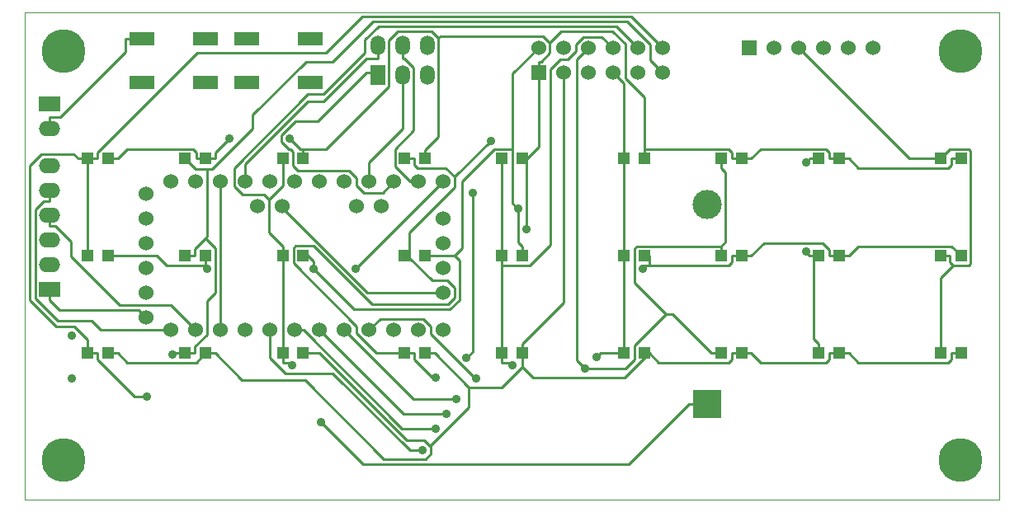
<source format=gbl>
G04 (created by PCBNEW (2013-07-07 BZR 4022)-stable) date 31/12/2015 20:31:10*
%MOIN*%
G04 Gerber Fmt 3.4, Leading zero omitted, Abs format*
%FSLAX34Y34*%
G01*
G70*
G90*
G04 APERTURE LIST*
%ADD10C,0.00590551*%
%ADD11C,0.00393701*%
%ADD12R,0.0866X0.06*%
%ADD13O,0.0866X0.06*%
%ADD14C,0.1772*%
%ADD15R,0.06X0.06*%
%ADD16C,0.06*%
%ADD17C,0.1181*%
%ADD18R,0.118X0.118*%
%ADD19R,0.0472X0.0472*%
%ADD20R,0.06X0.0787*%
%ADD21O,0.06X0.0787*%
%ADD22R,0.0984X0.055*%
%ADD23C,0.0354*%
%ADD24C,0.035*%
%ADD25C,0.01*%
G04 APERTURE END LIST*
G54D10*
G54D11*
X39370Y0D02*
X0Y0D01*
X39370Y19685D02*
X39370Y0D01*
X0Y19685D02*
X39370Y19685D01*
X0Y0D02*
X0Y19685D01*
G54D12*
X1000Y8500D03*
G54D13*
X1000Y9500D03*
X1000Y10500D03*
X1000Y11500D03*
X1000Y12500D03*
X1000Y13500D03*
G54D12*
X1000Y16000D03*
G54D13*
X1000Y15000D03*
G54D14*
X1574Y1574D03*
X37795Y18110D03*
X37795Y1574D03*
X1574Y18110D03*
G54D15*
X20750Y17250D03*
G54D16*
X20750Y18250D03*
X21750Y17250D03*
X21750Y18250D03*
X22750Y17250D03*
X22750Y18250D03*
X23750Y17250D03*
X23750Y18250D03*
X24750Y17250D03*
X24750Y18250D03*
X25750Y17250D03*
X25750Y18250D03*
G54D17*
X27559Y11922D03*
G54D18*
X27559Y3852D03*
G54D19*
X6476Y9842D03*
X7302Y9842D03*
X2539Y5905D03*
X3365Y5905D03*
X2539Y9842D03*
X3365Y9842D03*
X2539Y13779D03*
X3365Y13779D03*
X10413Y13779D03*
X11239Y13779D03*
X10413Y9842D03*
X11239Y9842D03*
X10413Y5905D03*
X11239Y5905D03*
X6476Y13779D03*
X7302Y13779D03*
X6476Y5905D03*
X7302Y5905D03*
X36988Y5905D03*
X37814Y5905D03*
X36988Y9842D03*
X37814Y9842D03*
X36988Y13779D03*
X37814Y13779D03*
X19272Y9842D03*
X20098Y9842D03*
X19272Y5905D03*
X20098Y5905D03*
X15335Y13779D03*
X16161Y13779D03*
X15335Y9842D03*
X16161Y9842D03*
X15335Y5905D03*
X16161Y5905D03*
X19272Y13779D03*
X20098Y13779D03*
X32067Y13779D03*
X32893Y13779D03*
X32067Y9842D03*
X32893Y9842D03*
X32067Y5905D03*
X32893Y5905D03*
X28130Y13779D03*
X28956Y13779D03*
X28130Y9842D03*
X28956Y9842D03*
X28130Y5905D03*
X28956Y5905D03*
X24193Y9842D03*
X25019Y9842D03*
X24193Y5905D03*
X25019Y5905D03*
X24193Y13779D03*
X25019Y13779D03*
G54D20*
X14250Y17152D03*
G54D21*
X14250Y18348D03*
X15250Y17152D03*
X15250Y18348D03*
X16250Y17152D03*
X16250Y18348D03*
G54D22*
X8971Y16864D03*
X8971Y18636D03*
X11530Y16864D03*
X11530Y18636D03*
X4721Y16864D03*
X4721Y18636D03*
X7280Y16864D03*
X7280Y18636D03*
G54D16*
X6900Y6850D03*
X7900Y6850D03*
X8900Y6850D03*
X5900Y6850D03*
X9900Y6850D03*
X10900Y6850D03*
X11900Y6850D03*
X12900Y6850D03*
X13900Y6850D03*
X14900Y6850D03*
X15900Y6850D03*
X16900Y6850D03*
X16900Y8350D03*
X16900Y9350D03*
X16900Y10350D03*
X16900Y11350D03*
X16900Y12850D03*
X15900Y12850D03*
X14900Y12850D03*
X13900Y12850D03*
X12900Y12850D03*
X11900Y12850D03*
X10900Y12850D03*
X9900Y12850D03*
X8900Y12850D03*
X7900Y12850D03*
X6900Y12850D03*
X5900Y12850D03*
X4900Y7350D03*
X4900Y9350D03*
X4900Y10350D03*
X4900Y11350D03*
X4900Y12350D03*
X14400Y11850D03*
X13400Y11850D03*
X10400Y11850D03*
X9400Y11850D03*
X4900Y8350D03*
G54D15*
X29250Y18250D03*
G54D16*
X30250Y18250D03*
X31250Y18250D03*
X32250Y18250D03*
X33250Y18250D03*
X34250Y18250D03*
G54D23*
X1907Y6616D03*
X1907Y4884D03*
G54D24*
X18090Y12378D03*
X17844Y5717D03*
X31550Y13626D03*
X31550Y10020D03*
X22624Y5273D03*
X23088Y5744D03*
X19695Y5411D03*
X18823Y14503D03*
X16579Y4921D03*
X10804Y5422D03*
X5951Y5854D03*
X4917Y4143D03*
X18229Y4883D03*
X17416Y4051D03*
X17012Y3461D03*
X16599Y2864D03*
X16062Y1979D03*
X13355Y9305D03*
X11977Y3112D03*
X20262Y10932D03*
X10688Y14594D03*
X8248Y14594D03*
X19932Y11744D03*
X24965Y9331D03*
X11666Y9327D03*
X7349Y9327D03*
G54D25*
X14250Y18250D02*
X14250Y17804D01*
X13804Y17804D02*
X14250Y17804D01*
X12077Y16077D02*
X13804Y17804D01*
X11423Y16077D02*
X12077Y16077D01*
X8900Y13553D02*
X11423Y16077D01*
X8900Y12850D02*
X8900Y13553D01*
X11832Y15282D02*
X13799Y17250D01*
X10914Y15282D02*
X11832Y15282D01*
X10351Y14719D02*
X10914Y15282D01*
X10351Y14465D02*
X10351Y14719D01*
X10651Y14165D02*
X10351Y14465D01*
X10734Y14165D02*
X10651Y14165D01*
X10834Y14065D02*
X10734Y14165D01*
X10834Y13500D02*
X10834Y14065D01*
X11034Y13300D02*
X10834Y13500D01*
X13100Y13300D02*
X11034Y13300D01*
X13400Y13000D02*
X13100Y13300D01*
X13400Y12701D02*
X13400Y13000D01*
X13704Y12396D02*
X13400Y12701D01*
X14446Y12396D02*
X13704Y12396D01*
X14900Y12850D02*
X14446Y12396D01*
X14250Y17250D02*
X13799Y17250D01*
X18090Y5963D02*
X17844Y5717D01*
X18090Y12378D02*
X18090Y5963D01*
X15343Y17804D02*
X15250Y17804D01*
X15706Y17441D02*
X15343Y17804D01*
X15706Y14922D02*
X15706Y17441D01*
X14948Y14165D02*
X15706Y14922D01*
X14948Y13459D02*
X14948Y14165D01*
X15558Y12850D02*
X14948Y13459D01*
X15900Y12850D02*
X15558Y12850D01*
X15250Y18250D02*
X15250Y17804D01*
X13900Y13624D02*
X13900Y12850D01*
X15250Y14974D02*
X13900Y13624D01*
X15250Y17250D02*
X15250Y14974D01*
X10400Y11793D02*
X10400Y11850D01*
X13843Y8350D02*
X10400Y11793D01*
X16900Y8350D02*
X13843Y8350D01*
X7900Y6850D02*
X7900Y12850D01*
X36988Y9842D02*
X37374Y9842D01*
X35720Y13779D02*
X31250Y18250D01*
X36988Y13779D02*
X35720Y13779D01*
X37374Y9589D02*
X37374Y9842D01*
X37507Y9456D02*
X37374Y9589D01*
X38127Y9456D02*
X37507Y9456D01*
X38201Y9531D02*
X38127Y9456D01*
X38201Y14080D02*
X38201Y9531D01*
X38116Y14165D02*
X38201Y14080D01*
X37374Y14165D02*
X38116Y14165D01*
X36988Y13779D02*
X37374Y14165D01*
X36988Y8937D02*
X36988Y5905D01*
X37507Y9456D02*
X36988Y8937D01*
X32067Y13779D02*
X31681Y13779D01*
X31681Y13756D02*
X31550Y13626D01*
X31681Y13779D02*
X31681Y13756D01*
X31550Y9973D02*
X31550Y10020D01*
X31681Y9842D02*
X31550Y9973D01*
X32067Y9842D02*
X31874Y9842D01*
X31874Y9842D02*
X31681Y9842D01*
X31874Y6484D02*
X32067Y6291D01*
X31874Y9842D02*
X31874Y6484D01*
X32067Y5905D02*
X32067Y6291D01*
X28130Y5905D02*
X27744Y5905D01*
X22293Y17793D02*
X22750Y18250D01*
X22293Y5604D02*
X22293Y17793D01*
X22624Y5273D02*
X22293Y5604D01*
X28310Y13213D02*
X28130Y13393D01*
X28310Y10408D02*
X28310Y13213D01*
X28130Y10228D02*
X28310Y10408D01*
X28130Y9842D02*
X28130Y10228D01*
X28130Y13779D02*
X28130Y13393D01*
X24717Y10228D02*
X28130Y10228D01*
X24633Y10144D02*
X24717Y10228D01*
X24633Y8757D02*
X24633Y10144D01*
X25902Y7487D02*
X24633Y8757D01*
X26161Y7487D02*
X25902Y7487D01*
X27744Y5905D02*
X26161Y7487D01*
X24248Y5273D02*
X22624Y5273D01*
X24633Y5658D02*
X24248Y5273D01*
X24633Y6218D02*
X24633Y5658D01*
X25902Y7487D02*
X24633Y6218D01*
X24193Y9842D02*
X24193Y5905D01*
X23250Y5905D02*
X23088Y5744D01*
X24193Y5905D02*
X23250Y5905D01*
X24193Y9842D02*
X24193Y10228D01*
X24193Y16806D02*
X24193Y13779D01*
X23750Y17250D02*
X24193Y16806D01*
X24193Y13779D02*
X24193Y10228D01*
X19272Y5905D02*
X19272Y5519D01*
X19272Y5905D02*
X19272Y6291D01*
X19272Y13779D02*
X19272Y9842D01*
X19587Y5519D02*
X19695Y5411D01*
X19272Y5519D02*
X19587Y5519D01*
X19272Y6291D02*
X19272Y9452D01*
X19272Y9452D02*
X19272Y9842D01*
X23297Y18702D02*
X23750Y18250D01*
X22557Y18702D02*
X23297Y18702D01*
X22250Y18395D02*
X22557Y18702D01*
X22250Y18113D02*
X22250Y18395D01*
X21936Y17799D02*
X22250Y18113D01*
X21641Y17799D02*
X21936Y17799D01*
X21219Y17377D02*
X21641Y17799D01*
X21219Y10271D02*
X21219Y17377D01*
X20400Y9452D02*
X21219Y10271D01*
X19272Y9452D02*
X20400Y9452D01*
X15335Y9842D02*
X15528Y9842D01*
X15335Y13779D02*
X15721Y13779D01*
X17361Y12611D02*
X17361Y13041D01*
X15528Y10778D02*
X17361Y12611D01*
X15528Y9842D02*
X15528Y10778D01*
X15721Y13526D02*
X15721Y13779D01*
X15853Y13393D02*
X15721Y13526D01*
X17010Y13393D02*
X15853Y13393D01*
X17361Y13041D02*
X17010Y13393D01*
X15528Y9768D02*
X15528Y9842D01*
X16446Y8850D02*
X15528Y9768D01*
X17063Y8850D02*
X16446Y8850D01*
X17352Y8561D02*
X17063Y8850D01*
X17352Y8150D02*
X17352Y8561D01*
X17092Y7890D02*
X17352Y8150D01*
X14019Y7890D02*
X17092Y7890D01*
X11672Y10237D02*
X14019Y7890D01*
X10932Y10237D02*
X11672Y10237D01*
X10852Y10158D02*
X10932Y10237D01*
X10852Y9545D02*
X10852Y10158D01*
X13400Y6998D02*
X10852Y9545D01*
X13400Y6709D02*
X13400Y6998D01*
X14203Y5905D02*
X13400Y6709D01*
X15335Y5905D02*
X14203Y5905D01*
X16449Y4921D02*
X16579Y4921D01*
X15721Y5649D02*
X16449Y4921D01*
X15721Y5905D02*
X15721Y5649D01*
X15335Y5905D02*
X15721Y5905D01*
X18823Y14503D02*
X17361Y13041D01*
X10707Y5519D02*
X10804Y5422D01*
X10413Y5519D02*
X10707Y5519D01*
X10413Y5712D02*
X10413Y5519D01*
X10413Y5712D02*
X10413Y5905D01*
X10413Y5905D02*
X10413Y9842D01*
X10413Y9842D02*
X10413Y10228D01*
X10413Y12692D02*
X10413Y13779D01*
X9857Y12136D02*
X10413Y12692D01*
X9857Y10785D02*
X9857Y12136D01*
X10413Y10228D02*
X9857Y10785D01*
X9662Y12331D02*
X9857Y12136D01*
X8780Y12331D02*
X9662Y12331D01*
X8445Y12667D02*
X8780Y12331D01*
X8445Y13398D02*
X8445Y12667D01*
X11422Y16376D02*
X8445Y13398D01*
X12051Y16376D02*
X11422Y16376D01*
X13741Y18066D02*
X12051Y16376D01*
X13741Y18580D02*
X13741Y18066D01*
X14281Y19120D02*
X13741Y18580D01*
X23880Y19120D02*
X14281Y19120D01*
X24750Y18250D02*
X23880Y19120D01*
X6039Y5854D02*
X6090Y5905D01*
X5951Y5854D02*
X6039Y5854D01*
X6255Y5905D02*
X6090Y5905D01*
X6476Y9842D02*
X6862Y9842D01*
X6909Y13346D02*
X6476Y13779D01*
X7367Y13346D02*
X6909Y13346D01*
X6255Y5905D02*
X6476Y5905D01*
X6476Y5905D02*
X6862Y5905D01*
X7688Y10168D02*
X7302Y10555D01*
X7688Y8357D02*
X7688Y10168D01*
X7350Y8018D02*
X7688Y8357D01*
X7350Y6663D02*
X7350Y8018D01*
X6862Y6176D02*
X7350Y6663D01*
X6862Y5905D02*
X6862Y6176D01*
X7367Y10621D02*
X7302Y10555D01*
X7367Y13346D02*
X7367Y10621D01*
X6862Y10116D02*
X6862Y9842D01*
X7302Y10555D02*
X6862Y10116D01*
X25250Y17750D02*
X25750Y17250D01*
X25250Y18386D02*
X25250Y17750D01*
X24316Y19320D02*
X25250Y18386D01*
X14047Y19320D02*
X24316Y19320D01*
X12417Y17689D02*
X14047Y19320D01*
X11357Y17689D02*
X12417Y17689D01*
X9210Y15543D02*
X11357Y17689D01*
X9210Y14986D02*
X9210Y15543D01*
X7570Y13346D02*
X9210Y14986D01*
X7367Y13346D02*
X7570Y13346D01*
X2539Y9842D02*
X2539Y13779D01*
X2346Y13779D02*
X2153Y13779D01*
X4434Y4143D02*
X4917Y4143D01*
X2925Y5652D02*
X4434Y4143D01*
X2925Y5905D02*
X2925Y5652D01*
X2539Y5905D02*
X2925Y5905D01*
X2539Y6448D02*
X2539Y5905D01*
X1986Y7001D02*
X2539Y6448D01*
X1268Y7001D02*
X1986Y7001D01*
X201Y8068D02*
X1268Y7001D01*
X201Y13485D02*
X201Y8068D01*
X672Y13955D02*
X201Y13485D01*
X1977Y13955D02*
X672Y13955D01*
X2153Y13779D02*
X1977Y13955D01*
X2346Y13779D02*
X2539Y13779D01*
X24479Y19520D02*
X25750Y18250D01*
X13642Y19520D02*
X24479Y19520D01*
X12172Y18050D02*
X13642Y19520D01*
X6947Y18050D02*
X12172Y18050D01*
X2925Y14028D02*
X6947Y18050D01*
X2925Y13779D02*
X2925Y14028D01*
X2539Y13779D02*
X2925Y13779D01*
X4078Y18102D02*
X4078Y18635D01*
X1426Y15450D02*
X4078Y18102D01*
X1000Y15450D02*
X1426Y15450D01*
X1000Y15000D02*
X1000Y15450D01*
X4720Y18635D02*
X4078Y18635D01*
X4600Y7649D02*
X4900Y7350D01*
X1400Y7649D02*
X4600Y7649D01*
X1000Y8049D02*
X1400Y7649D01*
X1000Y8500D02*
X1000Y8049D01*
X18196Y4883D02*
X18229Y4883D01*
X16400Y6679D02*
X18196Y4883D01*
X16400Y6989D02*
X16400Y6679D01*
X16087Y7301D02*
X16400Y6989D01*
X14351Y7301D02*
X16087Y7301D01*
X13900Y6850D02*
X14351Y7301D01*
X15698Y4051D02*
X17416Y4051D01*
X12900Y6850D02*
X15698Y4051D01*
X15288Y3461D02*
X11900Y6850D01*
X17012Y3461D02*
X15288Y3461D01*
X15232Y2864D02*
X16599Y2864D01*
X11247Y6850D02*
X15232Y2864D01*
X10900Y6850D02*
X11247Y6850D01*
X15551Y1979D02*
X16062Y1979D01*
X12434Y5096D02*
X15551Y1979D01*
X10527Y5096D02*
X12434Y5096D01*
X9900Y5724D02*
X10527Y5096D01*
X9900Y6850D02*
X9900Y5724D01*
X16900Y12850D02*
X13355Y9305D01*
X27559Y3852D02*
X26818Y3852D01*
X13671Y1417D02*
X11977Y3112D01*
X24384Y1417D02*
X13671Y1417D01*
X26818Y3852D02*
X24384Y1417D01*
X37428Y13526D02*
X37428Y13779D01*
X37295Y13393D02*
X37428Y13526D01*
X33665Y13393D02*
X37295Y13393D01*
X33279Y13779D02*
X33665Y13393D01*
X32893Y13779D02*
X33279Y13779D01*
X25019Y13779D02*
X25019Y14165D01*
X37814Y13779D02*
X37428Y13779D01*
X32507Y14032D02*
X32507Y13779D01*
X32374Y14165D02*
X32507Y14032D01*
X29728Y14165D02*
X32374Y14165D01*
X29342Y13779D02*
X29728Y14165D01*
X28956Y13779D02*
X29342Y13779D01*
X32893Y13779D02*
X32507Y13779D01*
X20098Y13779D02*
X20291Y13779D01*
X20262Y13751D02*
X20262Y10932D01*
X20291Y13779D02*
X20262Y13751D01*
X20750Y14238D02*
X20291Y13779D01*
X20750Y17250D02*
X20750Y14238D01*
X16161Y13779D02*
X16161Y14115D01*
X4137Y14165D02*
X3751Y13779D01*
X6783Y14165D02*
X4137Y14165D01*
X6916Y14032D02*
X6783Y14165D01*
X6916Y13779D02*
X6916Y14032D01*
X7302Y13779D02*
X6916Y13779D01*
X3365Y13779D02*
X3751Y13779D01*
X7302Y13779D02*
X7688Y13779D01*
X11117Y14165D02*
X10688Y14594D01*
X11239Y14165D02*
X11117Y14165D01*
X11239Y13779D02*
X11239Y14165D01*
X28956Y13779D02*
X28570Y13779D01*
X20750Y17250D02*
X20750Y17700D01*
X16437Y18909D02*
X16708Y18638D01*
X15062Y18909D02*
X16437Y18909D01*
X14700Y18547D02*
X15062Y18909D01*
X14700Y16692D02*
X14700Y18547D01*
X12173Y14165D02*
X14700Y16692D01*
X11239Y14165D02*
X12173Y14165D01*
X16708Y14662D02*
X16161Y14115D01*
X16708Y18638D02*
X16708Y14662D01*
X21204Y18041D02*
X21204Y18449D01*
X20862Y17700D02*
X21204Y18041D01*
X20750Y17700D02*
X20862Y17700D01*
X16789Y18719D02*
X16708Y18638D01*
X20933Y18719D02*
X16789Y18719D01*
X21204Y18449D02*
X20933Y18719D01*
X28437Y14165D02*
X25019Y14165D01*
X28570Y14032D02*
X28437Y14165D01*
X28570Y13779D02*
X28570Y14032D01*
X21674Y18919D02*
X21204Y18449D01*
X23743Y18919D02*
X21674Y18919D01*
X24250Y18413D02*
X23743Y18919D01*
X24250Y17033D02*
X24250Y18413D01*
X25019Y16263D02*
X24250Y17033D01*
X25019Y14165D02*
X25019Y16263D01*
X7688Y14035D02*
X8248Y14594D01*
X7688Y13779D02*
X7688Y14035D01*
X37428Y10228D02*
X37814Y9842D01*
X33665Y10228D02*
X37428Y10228D01*
X33279Y9842D02*
X33665Y10228D01*
X32893Y9842D02*
X33279Y9842D01*
X32507Y10095D02*
X32507Y9842D01*
X32238Y10365D02*
X32507Y10095D01*
X29864Y10365D02*
X32238Y10365D01*
X29342Y9842D02*
X29864Y10365D01*
X28956Y9842D02*
X29342Y9842D01*
X32893Y9842D02*
X32507Y9842D01*
X20098Y9842D02*
X20098Y10228D01*
X25019Y9842D02*
X25212Y9842D01*
X7302Y9842D02*
X7302Y9456D01*
X5712Y9456D02*
X7302Y9456D01*
X5326Y9842D02*
X5712Y9456D01*
X3365Y9842D02*
X5326Y9842D01*
X11239Y9842D02*
X11432Y9842D01*
X11666Y9609D02*
X11666Y9327D01*
X11432Y9842D02*
X11666Y9609D01*
X7302Y9373D02*
X7349Y9327D01*
X7302Y9456D02*
X7302Y9373D01*
X19932Y10394D02*
X19932Y11744D01*
X20098Y10228D02*
X19932Y10394D01*
X17552Y9639D02*
X17350Y9842D01*
X17552Y8067D02*
X17552Y9639D01*
X17175Y7690D02*
X17552Y8067D01*
X13302Y7690D02*
X17175Y7690D01*
X11666Y9327D02*
X13302Y7690D01*
X17350Y9842D02*
X16161Y9842D01*
X18970Y14165D02*
X19711Y14165D01*
X17659Y12854D02*
X18970Y14165D01*
X17659Y10152D02*
X17659Y12854D01*
X17350Y9842D02*
X17659Y10152D01*
X19711Y11964D02*
X19711Y14165D01*
X19932Y11744D02*
X19711Y11964D01*
X19711Y17211D02*
X20750Y18250D01*
X19711Y14165D02*
X19711Y17211D01*
X25212Y9842D02*
X25212Y9443D01*
X25078Y9443D02*
X25212Y9443D01*
X24965Y9331D02*
X25078Y9443D01*
X28570Y9589D02*
X28570Y9842D01*
X28425Y9443D02*
X28570Y9589D01*
X25212Y9443D02*
X28425Y9443D01*
X28956Y9842D02*
X28570Y9842D01*
X33665Y5519D02*
X33279Y5905D01*
X37295Y5519D02*
X33665Y5519D01*
X37428Y5652D02*
X37295Y5519D01*
X37428Y5905D02*
X37428Y5652D01*
X37814Y5905D02*
X37428Y5905D01*
X32893Y5905D02*
X33279Y5905D01*
X32507Y5652D02*
X32507Y5905D01*
X32374Y5519D02*
X32507Y5652D01*
X29728Y5519D02*
X32374Y5519D01*
X29342Y5905D02*
X29728Y5519D01*
X28956Y5905D02*
X29342Y5905D01*
X32893Y5905D02*
X32507Y5905D01*
X3365Y5905D02*
X3751Y5905D01*
X21750Y7943D02*
X20098Y6291D01*
X21750Y17250D02*
X21750Y7943D01*
X20098Y5905D02*
X20098Y6291D01*
X16161Y5905D02*
X16547Y5905D01*
X11239Y5905D02*
X11625Y5905D01*
X6916Y5519D02*
X7302Y5905D01*
X4137Y5519D02*
X6916Y5519D01*
X3751Y5905D02*
X4137Y5519D01*
X7302Y5905D02*
X7688Y5905D01*
X16394Y2113D02*
X16358Y2148D01*
X16394Y1841D02*
X16394Y2113D01*
X16187Y1635D02*
X16394Y1841D01*
X14503Y1635D02*
X16187Y1635D01*
X11316Y4822D02*
X14503Y1635D01*
X8772Y4822D02*
X11316Y4822D01*
X7688Y5905D02*
X8772Y4822D01*
X11908Y5905D02*
X11625Y5905D01*
X15419Y2394D02*
X11908Y5905D01*
X16112Y2394D02*
X15419Y2394D01*
X16358Y2148D02*
X16112Y2394D01*
X16547Y5905D02*
X17919Y4533D01*
X17919Y3709D02*
X16358Y2148D01*
X17919Y4533D02*
X17919Y3709D01*
X28956Y5905D02*
X28570Y5905D01*
X25019Y5905D02*
X25212Y5905D01*
X19277Y4533D02*
X20098Y5353D01*
X17919Y4533D02*
X19277Y4533D01*
X20098Y5353D02*
X20098Y5905D01*
X28570Y5652D02*
X28570Y5905D01*
X28437Y5519D02*
X28570Y5652D01*
X25598Y5519D02*
X28437Y5519D01*
X25212Y5905D02*
X25598Y5519D01*
X20526Y4925D02*
X20098Y5353D01*
X24232Y4925D02*
X20526Y4925D01*
X25212Y5905D02*
X24232Y4925D01*
X1239Y11049D02*
X1000Y11049D01*
X1858Y10430D02*
X1239Y11049D01*
X1858Y9834D02*
X1858Y10430D01*
X3843Y7850D02*
X1858Y9834D01*
X5900Y7850D02*
X3843Y7850D01*
X6900Y6850D02*
X5900Y7850D01*
X1000Y11500D02*
X1000Y11049D01*
X760Y12049D02*
X1000Y12049D01*
X416Y11706D02*
X760Y12049D01*
X416Y8136D02*
X416Y11706D01*
X1339Y7213D02*
X416Y8136D01*
X2691Y7213D02*
X1339Y7213D01*
X3055Y6850D02*
X2691Y7213D01*
X5900Y6850D02*
X3055Y6850D01*
X1000Y12500D02*
X1000Y12049D01*
M02*

</source>
